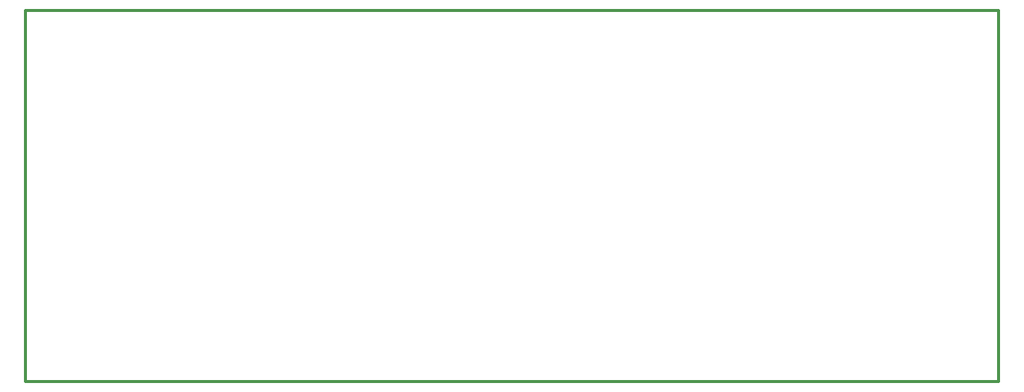
<source format=gko>
%FSLAX42Y42*%
%MOMM*%
G71*
G01*
G75*
%ADD10C,0.20*%
%ADD11C,0.30*%
%ADD12R,1.00X0.85*%
%ADD13R,1.50X1.30*%
%ADD14R,1.00X1.10*%
%ADD15R,1.30X1.50*%
%ADD16R,1.10X1.00*%
%ADD17R,1.50X5.50*%
%ADD18R,1.80X1.60*%
%ADD19R,1.60X1.80*%
%ADD20R,0.30X1.60*%
%ADD21R,1.60X0.30*%
%ADD22R,1.80X0.60*%
%ADD23R,1.80X2.15*%
%ADD24R,0.60X2.20*%
%ADD25R,0.60X1.55*%
%ADD26R,1.90X1.30*%
%ADD27R,0.60X1.80*%
%ADD28C,0.25*%
%ADD29C,0.50*%
%ADD30C,0.40*%
%ADD31C,1.00*%
%ADD32C,1.50*%
%ADD33R,1.50X1.50*%
%ADD34C,1.60*%
%ADD35C,1.10*%
%ADD36C,0.60*%
%ADD37C,1.00*%
%ADD38C,1.20*%
%ADD39R,1.90X1.00*%
%ADD40R,1.50X1.00*%
%ADD41R,1.90X0.70*%
%ADD42R,2.80X1.50*%
%ADD43C,0.25*%
%ADD44C,0.13*%
%ADD45R,2.80X0.65*%
%ADD46R,1.20X1.05*%
%ADD47R,1.70X1.50*%
%ADD48R,1.20X1.30*%
%ADD49R,1.50X1.70*%
%ADD50R,1.30X1.20*%
%ADD51R,1.70X5.70*%
%ADD52R,2.00X1.80*%
%ADD53R,1.80X2.00*%
%ADD54R,0.50X1.80*%
%ADD55R,1.80X0.50*%
%ADD56R,2.00X0.80*%
%ADD57R,2.00X2.35*%
%ADD58R,0.80X2.40*%
%ADD59R,0.80X1.75*%
%ADD60R,2.10X1.50*%
%ADD61R,0.80X2.00*%
%ADD62C,1.70*%
%ADD63R,1.70X1.70*%
%ADD64C,1.80*%
%ADD65C,1.30*%
%ADD66C,0.80*%
%ADD67C,1.20*%
%ADD68C,1.40*%
%ADD69R,2.10X1.20*%
%ADD70R,1.70X1.20*%
%ADD71R,2.10X0.90*%
%ADD72R,3.00X1.70*%
D11*
X0Y0D02*
X11000D01*
X0Y-4200D02*
X11000D01*
Y0D01*
X0Y-4200D02*
Y0D01*
M02*

</source>
